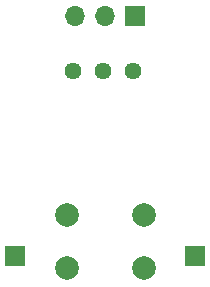
<source format=gbr>
%TF.GenerationSoftware,KiCad,Pcbnew,(5.1.10-1-10_14)*%
%TF.CreationDate,2021-09-09T23:45:50-04:00*%
%TF.ProjectId,breadboard-clock,62726561-6462-46f6-9172-642d636c6f63,rev?*%
%TF.SameCoordinates,Original*%
%TF.FileFunction,Soldermask,Bot*%
%TF.FilePolarity,Negative*%
%FSLAX46Y46*%
G04 Gerber Fmt 4.6, Leading zero omitted, Abs format (unit mm)*
G04 Created by KiCad (PCBNEW (5.1.10-1-10_14)) date 2021-09-09 23:45:50*
%MOMM*%
%LPD*%
G01*
G04 APERTURE LIST*
%ADD10C,2.000000*%
%ADD11R,1.700000X1.700000*%
%ADD12O,1.700000X1.700000*%
%ADD13C,1.440000*%
G04 APERTURE END LIST*
D10*
%TO.C,SW1*%
X207622000Y-98044000D03*
X207622000Y-93544000D03*
X214122000Y-98044000D03*
X214122000Y-93544000D03*
%TD*%
D11*
%TO.C,J4*%
X218440000Y-97028000D03*
%TD*%
%TO.C,J3*%
X203200000Y-97028000D03*
%TD*%
D12*
%TO.C,J2*%
X208280000Y-76708000D03*
X210820000Y-76708000D03*
D11*
X213360000Y-76708000D03*
%TD*%
D13*
%TO.C,RV2*%
X208130000Y-81350000D03*
X210670000Y-81350000D03*
X213210000Y-81350000D03*
%TD*%
M02*

</source>
